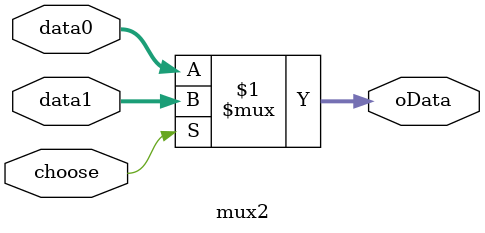
<source format=v>
`timescale 1ns/1ps

module mux2(
    input [31:0]data0,
    input [31:0]data1,
    input choose,
    output [31:0]oData
);
assign oData=choose?data1:data0;
endmodule // mux2
</source>
